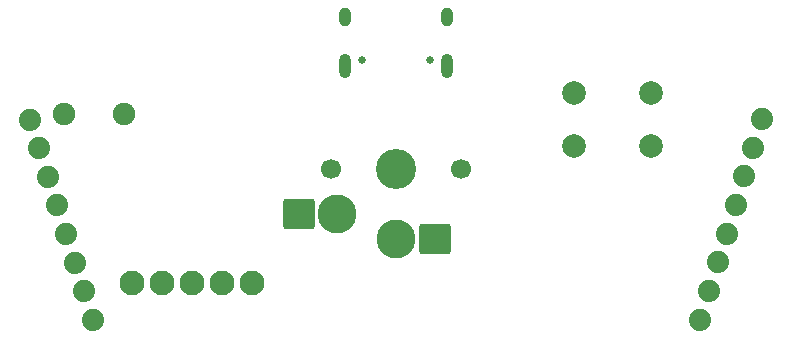
<source format=gbr>
%TF.GenerationSoftware,KiCad,Pcbnew,9.0.6*%
%TF.CreationDate,2026-01-11T15:28:45-08:00*%
%TF.ProjectId,pcb,7063622e-6b69-4636-9164-5f7063625858,rev?*%
%TF.SameCoordinates,Original*%
%TF.FileFunction,Soldermask,Bot*%
%TF.FilePolarity,Negative*%
%FSLAX46Y46*%
G04 Gerber Fmt 4.6, Leading zero omitted, Abs format (unit mm)*
G04 Created by KiCad (PCBNEW 9.0.6) date 2026-01-11 15:28:45*
%MOMM*%
%LPD*%
G01*
G04 APERTURE LIST*
G04 Aperture macros list*
%AMRoundRect*
0 Rectangle with rounded corners*
0 $1 Rounding radius*
0 $2 $3 $4 $5 $6 $7 $8 $9 X,Y pos of 4 corners*
0 Add a 4 corners polygon primitive as box body*
4,1,4,$2,$3,$4,$5,$6,$7,$8,$9,$2,$3,0*
0 Add four circle primitives for the rounded corners*
1,1,$1+$1,$2,$3*
1,1,$1+$1,$4,$5*
1,1,$1+$1,$6,$7*
1,1,$1+$1,$8,$9*
0 Add four rect primitives between the rounded corners*
20,1,$1+$1,$2,$3,$4,$5,0*
20,1,$1+$1,$4,$5,$6,$7,0*
20,1,$1+$1,$6,$7,$8,$9,0*
20,1,$1+$1,$8,$9,$2,$3,0*%
G04 Aperture macros list end*
%ADD10C,2.000000*%
%ADD11C,1.879600*%
%ADD12C,1.900000*%
%ADD13C,0.650000*%
%ADD14O,1.000000X1.600000*%
%ADD15O,1.000000X2.100000*%
%ADD16C,2.100000*%
%ADD17C,1.700000*%
%ADD18C,3.400000*%
%ADD19C,3.300000*%
%ADD20RoundRect,0.260000X1.065000X1.040000X-1.065000X1.040000X-1.065000X-1.040000X1.065000X-1.040000X0*%
G04 APERTURE END LIST*
D10*
%TO.C,SW1*%
X165025000Y-93525000D03*
X171525000Y-93525000D03*
X165025000Y-98025000D03*
X171525000Y-98025000D03*
%TD*%
D11*
%TO.C,J1*%
X124326700Y-112750000D03*
X123562907Y-110327559D03*
X122799115Y-107905118D03*
X122035322Y-105482677D03*
X121271529Y-103060236D03*
X120507736Y-100637795D03*
X119743944Y-98215354D03*
X118980151Y-95792913D03*
%TD*%
D12*
%TO.C,JP1*%
X126945000Y-95305000D03*
X121865000Y-95305000D03*
%TD*%
D13*
%TO.C,USB1*%
X152890000Y-90750000D03*
X147110000Y-90750000D03*
D14*
X154320001Y-87100000D03*
D15*
X154320000Y-91280000D03*
X145680000Y-91280000D03*
D14*
X145680000Y-87100000D03*
%TD*%
D11*
%TO.C,J2*%
X175750000Y-112750000D03*
X176492624Y-110320986D03*
X177235248Y-107891972D03*
X177977872Y-105462958D03*
X178720497Y-103033944D03*
X179463121Y-100604930D03*
X180205744Y-98175916D03*
X180948369Y-95746902D03*
%TD*%
D16*
%TO.C,J3*%
X127620000Y-109610000D03*
X130160000Y-109610000D03*
X132700000Y-109610000D03*
X135240000Y-109610000D03*
X137780000Y-109610000D03*
%TD*%
D17*
%TO.C,CH1*%
X155500000Y-100000000D03*
D18*
X150000000Y-100000000D03*
D17*
X144500000Y-100000000D03*
D19*
X145000000Y-103750000D03*
D20*
X141755000Y-103750000D03*
X153245000Y-105950000D03*
D19*
X150000000Y-105950000D03*
%TD*%
M02*

</source>
